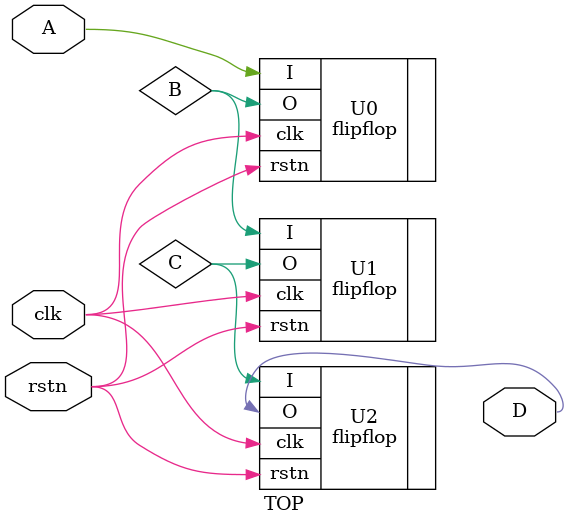
<source format=v>
`timescale 1ns / 1ps


module TOP(
    input wire clk,
    input wire rstn,
    input wire A,
    output wire D 
    );
    
    wire B,C;
    
    flipflop U0( .clk(clk), .rstn(rstn), .I(A), .O(B));
    flipflop U1( .clk(clk), .rstn(rstn), .I(B), .O(C));
    flipflop U2( .clk(clk), .rstn(rstn), .I(C), .O(D));
    
    
endmodule

</source>
